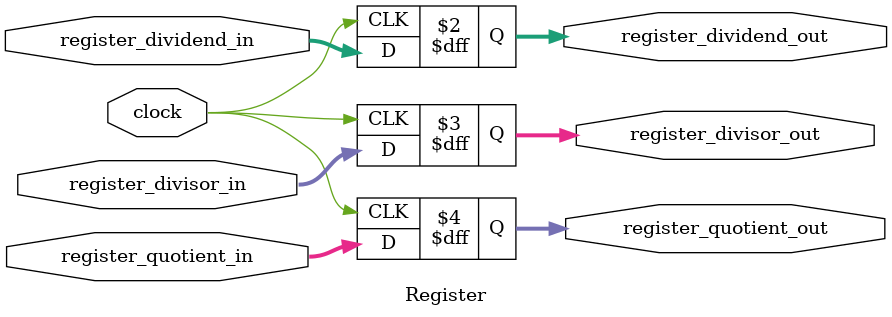
<source format=v>

module Register(register_divisor_in,register_dividend_in,register_quotient_in,register_divisor_out,register_dividend_out,register_quotient_out,clock);
parameter divisorBITS=10;
parameter dividendBITS=20;
parameter addBITS=divisorBITS+dividendBITS-1;
input [addBITS-1:0]register_dividend_in;
input [addBITS-1:0]register_divisor_in;
input [dividendBITS-1:0]register_quotient_in;
input clock;
output reg [addBITS-1:0]register_dividend_out;
output reg [addBITS-1:0]register_divisor_out;
output reg[dividendBITS-1:0] register_quotient_out;
always@(posedge clock)     
begin
register_dividend_out<=register_dividend_in; 
register_divisor_out<=register_divisor_in;
register_quotient_out<=register_quotient_in;
end
endmodule
</source>
